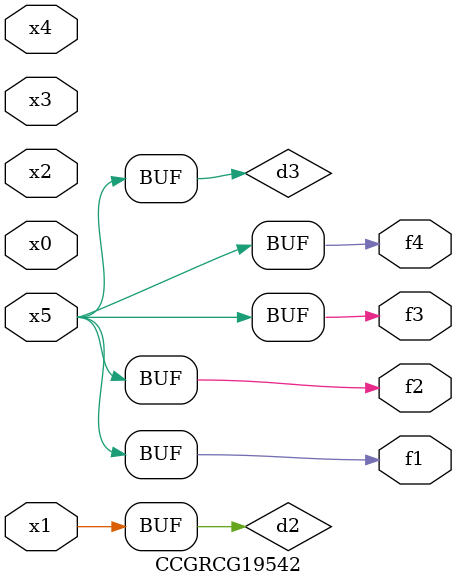
<source format=v>
module CCGRCG19542(
	input x0, x1, x2, x3, x4, x5,
	output f1, f2, f3, f4
);

	wire d1, d2, d3;

	not (d1, x5);
	or (d2, x1);
	xnor (d3, d1);
	assign f1 = d3;
	assign f2 = d3;
	assign f3 = d3;
	assign f4 = d3;
endmodule

</source>
